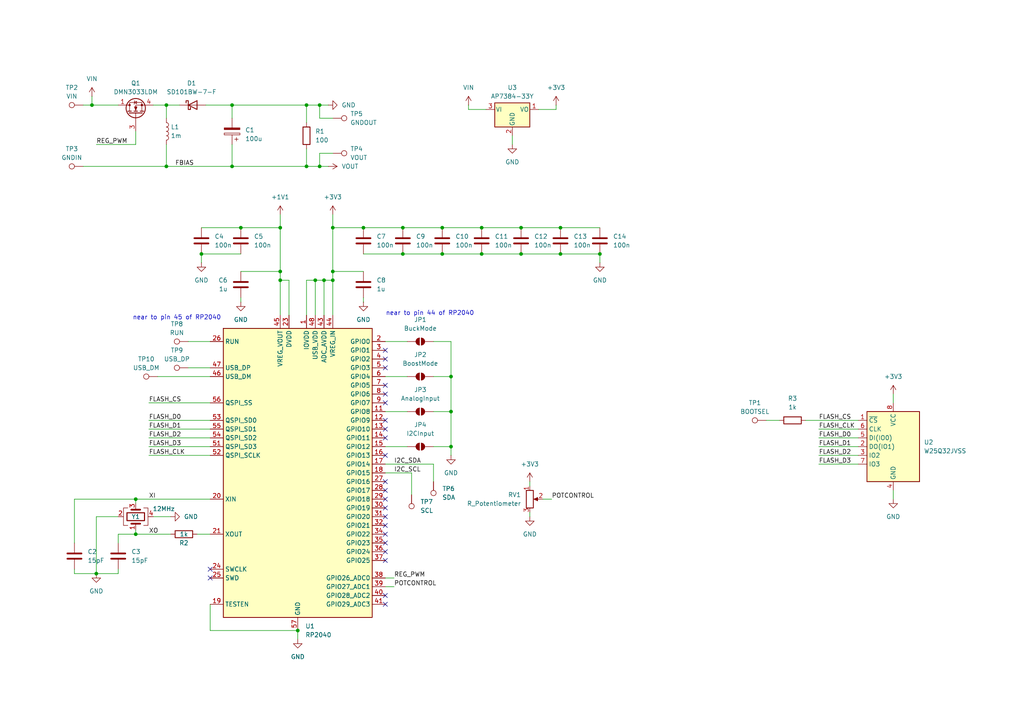
<source format=kicad_sch>
(kicad_sch (version 20231120) (generator "eeschema") (generator_version "8.0")
  (paper "A4")
  (lib_symbols
    (symbol "Connector:TestPoint" (pin_numbers hide) (pin_names (offset 0.762) hide)
      (property "Reference" "TP" (at 0 6.858 0))
      (property "Value" "TestPoint" (at 0 5.08 0))
      (symbol "TestPoint_0_1"
        (circle (center 0 3.302) (radius 0.762))
      )
      (symbol "TestPoint_1_1"
        (pin passive line (at 0 0 90) (length 2.54) (name "1") (number "1"))
      )
    )
    (symbol "Device:C" (pin_numbers hide) (pin_names (offset 0.254))
      (property "Reference" "C" (at 0.635 2.54 0))
      (property "Value" "C" (at 0.635 -2.54 0))
      (symbol "C_0_1"
        (polyline (pts (xy -2.032 -0.762) (xy 2.032 -0.762)) (stroke (width 0.508)))
        (polyline (pts (xy -2.032 0.762) (xy 2.032 0.762)) (stroke (width 0.508)))
      )
      (symbol "C_1_1"
        (pin passive line (at 0 3.81 270) (length 2.794) (name "~") (number "1"))
        (pin passive line (at 0 -3.81 90) (length 2.794) (name "~") (number "2"))
      )
    )
    (symbol "Device:C_Polarized" (pin_numbers hide) (pin_names (offset 0.254))
      (property "Reference" "C" (at 0.635 2.54 0))
      (property "Value" "C_Polarized" (at 0.635 -2.54 0))
      (symbol "C_Polarized_0_1"
        (rectangle (start -2.286 0.508) (end 2.286 1.016))
        (polyline (pts (xy -1.778 2.286) (xy -0.762 2.286)))
        (polyline (pts (xy -1.27 2.794) (xy -1.27 1.778)))
        (rectangle (start 2.286 -0.508) (end -2.286 -1.016) (fill (type outline)))
      )
      (symbol "C_Polarized_1_1"
        (pin passive line (at 0 3.81 270) (length 2.794) (name "~") (number "1"))
        (pin passive line (at 0 -3.81 90) (length 2.794) (name "~") (number "2"))
      )
    )
    (symbol "Device:Crystal_GND24" (pin_names (offset 1.016) hide)
      (property "Reference" "Y" (at 3.175 5.08 0))
      (property "Value" "Crystal_GND24" (at 3.175 3.175 0))
      (symbol "Crystal_GND24_0_1"
        (rectangle (start -1.143 2.54) (end 1.143 -2.54) (stroke (width 0.3048)))
        (polyline (pts (xy -2.54 0) (xy -2.032 0)))
        (polyline (pts (xy -2.032 -1.27) (xy -2.032 1.27)) (stroke (width 0.508)))
        (polyline (pts (xy 0 -3.81) (xy 0 -3.556)))
        (polyline (pts (xy 0 3.556) (xy 0 3.81)))
        (polyline (pts (xy 2.032 -1.27) (xy 2.032 1.27)) (stroke (width 0.508)))
        (polyline (pts (xy 2.032 0) (xy 2.54 0)))
        (polyline (pts (xy -2.54 -2.286) (xy -2.54 -3.556) (xy 2.54 -3.556) (xy 2.54 -2.286)))
        (polyline (pts (xy -2.54 2.286) (xy -2.54 3.556) (xy 2.54 3.556) (xy 2.54 2.286)))
      )
      (symbol "Crystal_GND24_1_1"
        (pin passive line (at -3.81 0 0) (length 1.27) (name "1") (number "1"))
        (pin passive line (at 0 5.08 270) (length 1.27) (name "2") (number "2"))
        (pin passive line (at 3.81 0 180) (length 1.27) (name "3") (number "3"))
        (pin passive line (at 0 -5.08 90) (length 1.27) (name "4") (number "4"))
      )
    )
    (symbol "Device:D_Schottky" (pin_numbers hide) (pin_names (offset 1.016) hide)
      (property "Reference" "D" (at 0 2.54 0))
      (property "Value" "D_Schottky" (at 0 -2.54 0))
      (symbol "D_Schottky_0_1"
        (polyline (pts (xy 1.27 0) (xy -1.27 0)))
        (polyline (pts (xy 1.27 1.27) (xy 1.27 -1.27) (xy -1.27 0) (xy 1.27 1.27)) (stroke (width 0.254)))
        (polyline (pts (xy -1.905 0.635) (xy -1.905 1.27) (xy -1.27 1.27) (xy -1.27 -1.27) (xy -0.635 -1.27) (xy -0.635 -0.635)) (stroke (width 0.254)))
      )
      (symbol "D_Schottky_1_1"
        (pin passive line (at -3.81 0 0) (length 2.54) (name "K") (number "1"))
        (pin passive line (at 3.81 0 180) (length 2.54) (name "A") (number "2"))
      )
    )
    (symbol "Device:L" (pin_numbers hide) (pin_names (offset 1.016) hide)
      (property "Reference" "L" (at -1.27 0 90))
      (property "Value" "L" (at 1.905 0 90))
      (symbol "L_0_1"
        (arc (start 0 -2.54) (mid 0.6323 -1.905) (end 0 -1.27))
        (arc (start 0 -1.27) (mid 0.6323 -0.635) (end 0 0))
        (arc (start 0 0) (mid 0.6323 0.635) (end 0 1.27))
        (arc (start 0 1.27) (mid 0.6323 1.905) (end 0 2.54))
      )
      (symbol "L_1_1"
        (pin passive line (at 0 3.81 270) (length 1.27) (name "1") (number "1"))
        (pin passive line (at 0 -3.81 90) (length 1.27) (name "2") (number "2"))
      )
    )
    (symbol "Device:R" (pin_numbers hide) (pin_names (offset 0))
      (property "Reference" "R" (at 2.032 0 90))
      (property "Value" "R" (at 0 0 90))
      (symbol "R_0_1"
        (rectangle (start -1.016 -2.54) (end 1.016 2.54) (stroke (width 0.254)))
      )
      (symbol "R_1_1"
        (pin passive line (at 0 3.81 270) (length 1.27) (name "~") (number "1"))
        (pin passive line (at 0 -3.81 90) (length 1.27) (name "~") (number "2"))
      )
    )
    (symbol "Device:R_Potentiometer" (pin_names (offset 1.016) hide)
      (property "Reference" "RV" (at -4.445 0 90))
      (property "Value" "R_Potentiometer" (at -2.54 0 90))
      (symbol "R_Potentiometer_0_1"
        (polyline (pts (xy 2.54 0) (xy 1.524 0)))
        (polyline (pts (xy 1.143 0) (xy 2.286 0.508) (xy 2.286 -0.508) (xy 1.143 0)) (fill (type outline)))
        (rectangle (start 1.016 2.54) (end -1.016 -2.54) (stroke (width 0.254)))
      )
      (symbol "R_Potentiometer_1_1"
        (pin passive line (at 0 3.81 270) (length 1.27) (name "1") (number "1"))
        (pin passive line (at 3.81 0 180) (length 1.27) (name "2") (number "2"))
        (pin passive line (at 0 -3.81 90) (length 1.27) (name "3") (number "3"))
      )
    )
    (symbol "Jumper:SolderJumper_2_Open" (pin_numbers hide) (pin_names (offset 0) hide) (exclude_from_sim yes) (in_bom no)
      (property "Reference" "JP" (at 0 2.032 0))
      (property "Value" "SolderJumper_2_Open" (at 0 -2.54 0))
      (symbol "SolderJumper_2_Open_0_1"
        (arc (start -0.254 1.016) (mid -1.2656 0) (end -0.254 -1.016))
        (arc (start -0.254 1.016) (mid -1.2656 0) (end -0.254 -1.016) (fill (type outline)))
        (polyline (pts (xy -0.254 1.016) (xy -0.254 -1.016)))
        (polyline (pts (xy 0.254 1.016) (xy 0.254 -1.016)))
        (arc (start 0.254 -1.016) (mid 1.2656 0) (end 0.254 1.016))
        (arc (start 0.254 -1.016) (mid 1.2656 0) (end 0.254 1.016) (fill (type outline)))
      )
      (symbol "SolderJumper_2_Open_1_1"
        (pin passive line (at -3.81 0 0) (length 2.54) (name "A") (number "1"))
        (pin passive line (at 3.81 0 180) (length 2.54) (name "B") (number "2"))
      )
    )
    (symbol "MCU_RaspberryPi:RP2040"
      (property "Reference" "U" (at 17.78 45.72 0))
      (property "Value" "RP2040" (at 17.78 43.18 0))
      (symbol "RP2040_0_1"
        (rectangle (start -21.59 41.91) (end 21.59 -41.91) (stroke (width 0.254)) (fill (type background)))
      )
      (symbol "RP2040_1_1"
        (pin power_in line (at 2.54 45.72 270) (length 3.81) (name "IOVDD") (number "1"))
        (pin passive line (at 2.54 45.72 270) (length 3.81) hide (name "IOVDD") (number "10"))
        (pin bidirectional line (at 25.4 17.78 180) (length 3.81) (name "GPIO8") (number "11"))
        (pin bidirectional line (at 25.4 15.24 180) (length 3.81) (name "GPIO9") (number "12"))
        (pin bidirectional line (at 25.4 12.7 180) (length 3.81) (name "GPIO10") (number "13"))
        (pin bidirectional line (at 25.4 10.16 180) (length 3.81) (name "GPIO11") (number "14"))
        (pin bidirectional line (at 25.4 7.62 180) (length 3.81) (name "GPIO12") (number "15"))
        (pin bidirectional line (at 25.4 5.08 180) (length 3.81) (name "GPIO13") (number "16"))
        (pin bidirectional line (at 25.4 2.54 180) (length 3.81) (name "GPIO14") (number "17"))
        (pin bidirectional line (at 25.4 0 180) (length 3.81) (name "GPIO15") (number "18"))
        (pin input line (at -25.4 -38.1 0) (length 3.81) (name "TESTEN") (number "19"))
        (pin bidirectional line (at 25.4 38.1 180) (length 3.81) (name "GPIO0") (number "2"))
        (pin input line (at -25.4 -7.62 0) (length 3.81) (name "XIN") (number "20"))
        (pin passive line (at -25.4 -17.78 0) (length 3.81) (name "XOUT") (number "21"))
        (pin passive line (at 2.54 45.72 270) (length 3.81) hide (name "IOVDD") (number "22"))
        (pin power_in line (at -2.54 45.72 270) (length 3.81) (name "DVDD") (number "23"))
        (pin input line (at -25.4 -27.94 0) (length 3.81) (name "SWCLK") (number "24"))
        (pin bidirectional line (at -25.4 -30.48 0) (length 3.81) (name "SWD") (number "25"))
        (pin input line (at -25.4 38.1 0) (length 3.81) (name "RUN") (number "26"))
        (pin bidirectional line (at 25.4 -2.54 180) (length 3.81) (name "GPIO16") (number "27"))
        (pin bidirectional line (at 25.4 -5.08 180) (length 3.81) (name "GPIO17") (number "28"))
        (pin bidirectional line (at 25.4 -7.62 180) (length 3.81) (name "GPIO18") (number "29"))
        (pin bidirectional line (at 25.4 35.56 180) (length 3.81) (name "GPIO1") (number "3"))
        (pin bidirectional line (at 25.4 -10.16 180) (length 3.81) (name "GPIO19") (number "30"))
        (pin bidirectional line (at 25.4 -12.7 180) (length 3.81) (name "GPIO20") (number "31"))
        (pin bidirectional line (at 25.4 -15.24 180) (length 3.81) (name "GPIO21") (number "32"))
        (pin passive line (at 2.54 45.72 270) (length 3.81) hide (name "IOVDD") (number "33"))
        (pin bidirectional line (at 25.4 -17.78 180) (length 3.81) (name "GPIO22") (number "34"))
        (pin bidirectional line (at 25.4 -20.32 180) (length 3.81) (name "GPIO23") (number "35"))
        (pin bidirectional line (at 25.4 -22.86 180) (length 3.81) (name "GPIO24") (number "36"))
        (pin bidirectional line (at 25.4 -25.4 180) (length 3.81) (name "GPIO25") (number "37"))
        (pin bidirectional line (at 25.4 -30.48 180) (length 3.81) (name "GPIO26_ADC0") (number "38"))
        (pin bidirectional line (at 25.4 -33.02 180) (length 3.81) (name "GPIO27_ADC1") (number "39"))
        (pin bidirectional line (at 25.4 33.02 180) (length 3.81) (name "GPIO2") (number "4"))
        (pin bidirectional line (at 25.4 -35.56 180) (length 3.81) (name "GPIO28_ADC2") (number "40"))
        (pin bidirectional line (at 25.4 -38.1 180) (length 3.81) (name "GPIO29_ADC3") (number "41"))
        (pin passive line (at 2.54 45.72 270) (length 3.81) hide (name "IOVDD") (number "42"))
        (pin power_in line (at 7.62 45.72 270) (length 3.81) (name "ADC_AVDD") (number "43"))
        (pin power_in line (at 10.16 45.72 270) (length 3.81) (name "VREG_IN") (number "44"))
        (pin power_out line (at -5.08 45.72 270) (length 3.81) (name "VREG_VOUT") (number "45"))
        (pin bidirectional line (at -25.4 27.94 0) (length 3.81) (name "USB_DM") (number "46"))
        (pin bidirectional line (at -25.4 30.48 0) (length 3.81) (name "USB_DP") (number "47"))
        (pin power_in line (at 5.08 45.72 270) (length 3.81) (name "USB_VDD") (number "48"))
        (pin passive line (at 2.54 45.72 270) (length 3.81) hide (name "IOVDD") (number "49"))
        (pin bidirectional line (at 25.4 30.48 180) (length 3.81) (name "GPIO3") (number "5"))
        (pin passive line (at -2.54 45.72 270) (length 3.81) hide (name "DVDD") (number "50"))
        (pin bidirectional line (at -25.4 7.62 0) (length 3.81) (name "QSPI_SD3") (number "51"))
        (pin output line (at -25.4 5.08 0) (length 3.81) (name "QSPI_SCLK") (number "52"))
        (pin bidirectional line (at -25.4 15.24 0) (length 3.81) (name "QSPI_SD0") (number "53"))
        (pin bidirectional line (at -25.4 10.16 0) (length 3.81) (name "QSPI_SD2") (number "54"))
        (pin bidirectional line (at -25.4 12.7 0) (length 3.81) (name "QSPI_SD1") (number "55"))
        (pin bidirectional line (at -25.4 20.32 0) (length 3.81) (name "QSPI_SS") (number "56"))
        (pin power_in line (at 0 -45.72 90) (length 3.81) (name "GND") (number "57"))
        (pin bidirectional line (at 25.4 27.94 180) (length 3.81) (name "GPIO4") (number "6"))
        (pin bidirectional line (at 25.4 25.4 180) (length 3.81) (name "GPIO5") (number "7"))
        (pin bidirectional line (at 25.4 22.86 180) (length 3.81) (name "GPIO6") (number "8"))
        (pin bidirectional line (at 25.4 20.32 180) (length 3.81) (name "GPIO7") (number "9"))
      )
    )
    (symbol "Memory_Flash:W25Q32JVSS"
      (property "Reference" "U" (at -6.35 11.43 0))
      (property "Value" "W25Q32JVSS" (at 7.62 11.43 0))
      (symbol "W25Q32JVSS_0_1"
        (rectangle (start -7.62 10.16) (end 7.62 -10.16) (stroke (width 0.254)) (fill (type background)))
      )
      (symbol "W25Q32JVSS_1_1"
        (pin input line (at -10.16 7.62 0) (length 2.54) (name "~{CS}") (number "1"))
        (pin bidirectional line (at -10.16 0 0) (length 2.54) (name "DO(IO1)") (number "2"))
        (pin bidirectional line (at -10.16 -2.54 0) (length 2.54) (name "IO2") (number "3"))
        (pin power_in line (at 0 -12.7 90) (length 2.54) (name "GND") (number "4"))
        (pin bidirectional line (at -10.16 2.54 0) (length 2.54) (name "DI(IO0)") (number "5"))
        (pin input line (at -10.16 5.08 0) (length 2.54) (name "CLK") (number "6"))
        (pin bidirectional line (at -10.16 -5.08 0) (length 2.54) (name "IO3") (number "7"))
        (pin power_in line (at 0 12.7 270) (length 2.54) (name "VCC") (number "8"))
      )
    )
    (symbol "Regulator_Linear:AP7384-33Y" (pin_names (offset 0.254))
      (property "Reference" "U" (at -3.81 3.175 0))
      (property "Value" "AP7384-33Y" (at 0 3.175 0))
      (symbol "AP7384-33Y_0_1"
        (rectangle (start -5.08 1.905) (end 5.08 -5.08) (stroke (width 0.254)) (fill (type background)))
      )
      (symbol "AP7384-33Y_1_1"
        (pin power_out line (at 7.62 0 180) (length 2.54) (name "VO") (number "1"))
        (pin power_in line (at 0 -7.62 90) (length 2.54) (name "GND") (number "2"))
        (pin power_in line (at -7.62 0 0) (length 2.54) (name "VI") (number "3"))
      )
    )
    (symbol "Transistor_FET:DMN3033LDM" (pin_names hide)
      (property "Reference" "Q" (at 5.08 1.905 0))
      (property "Value" "DMN3033LDM" (at 5.08 0 0))
      (symbol "DMN3033LDM_0_1"
        (polyline (pts (xy 0.254 0) (xy -2.54 0)))
        (polyline (pts (xy 0.254 1.905) (xy 0.254 -1.905)) (stroke (width 0.254)))
        (polyline (pts (xy 0.762 -1.27) (xy 0.762 -2.286)) (stroke (width 0.254)))
        (polyline (pts (xy 0.762 0.508) (xy 0.762 -0.508)) (stroke (width 0.254)))
        (polyline (pts (xy 0.762 2.286) (xy 0.762 1.27)) (stroke (width 0.254)))
        (polyline (pts (xy 2.54 2.54) (xy 2.54 1.778)))
        (polyline (pts (xy 2.54 -2.54) (xy 2.54 0) (xy 0.762 0)))
        (polyline (pts (xy 0.762 -1.778) (xy 3.302 -1.778) (xy 3.302 1.778) (xy 0.762 1.778)))
        (polyline (pts (xy 1.016 0) (xy 2.032 0.381) (xy 2.032 -0.381) (xy 1.016 0)) (fill (type outline)))
        (polyline (pts (xy 2.794 0.508) (xy 2.921 0.381) (xy 3.683 0.381) (xy 3.81 0.254)))
        (polyline (pts (xy 3.302 0.381) (xy 2.921 -0.254) (xy 3.683 -0.254) (xy 3.302 0.381)))
        (circle (center 1.651 0) (radius 2.794) (stroke (width 0.254)))
        (circle (center 2.54 -1.778) (radius 0.254) (fill (type outline)))
        (circle (center 2.54 1.778) (radius 0.254) (fill (type outline)))
      )
      (symbol "DMN3033LDM_1_1"
        (pin passive line (at 2.54 5.08 270) (length 2.54) (name "D") (number "1"))
        (pin passive line (at 2.54 5.08 270) (length 2.54) hide (name "D") (number "2"))
        (pin input line (at -5.08 0 0) (length 2.54) (name "G") (number "3"))
        (pin passive line (at 2.54 -5.08 90) (length 2.54) (name "S") (number "4"))
        (pin passive line (at 2.54 5.08 270) (length 2.54) hide (name "D") (number "5"))
        (pin passive line (at 2.54 5.08 270) (length 2.54) hide (name "D") (number "6"))
      )
    )
    (symbol "power:+1V1" (power) (pin_numbers hide) (pin_names (offset 0) hide)
      (property "Value" "+1V1" (at 0 3.556 0))
      (symbol "+1V1_0_1"
        (polyline (pts (xy -0.762 1.27) (xy 0 2.54)))
        (polyline (pts (xy 0 0) (xy 0 2.54)))
        (polyline (pts (xy 0 2.54) (xy 0.762 1.27)))
      )
      (symbol "+1V1_1_1"
        (pin power_in line (at 0 0 90) (length 0) (name "~") (number "1"))
      )
    )
    (symbol "power:+3V3" (power) (pin_numbers hide) (pin_names (offset 0) hide)
      (property "Value" "+3V3" (at 0 3.556 0))
      (symbol "+3V3_0_1"
        (polyline (pts (xy -0.762 1.27) (xy 0 2.54)))
        (polyline (pts (xy 0 0) (xy 0 2.54)))
        (polyline (pts (xy 0 2.54) (xy 0.762 1.27)))
      )
      (symbol "+3V3_1_1"
        (pin power_in line (at 0 0 90) (length 0) (name "~") (number "1"))
      )
    )
    (symbol "power:GND" (power) (pin_numbers hide) (pin_names (offset 0) hide)
      (property "Value" "GND" (at 0 -3.81 0))
      (symbol "GND_0_1"
        (polyline (pts (xy 0 0) (xy 0 -1.27) (xy 1.27 -1.27) (xy 0 -2.54) (xy -1.27 -1.27) (xy 0 -1.27)))
      )
      (symbol "GND_1_1"
        (pin power_in line (at 0 0 270) (length 0) (name "~") (number "1"))
      )
    )
    (symbol "power:VCC" (power) (pin_numbers hide) (pin_names (offset 0) hide)
      (property "Value" "VCC" (at 0 3.556 0))
      (symbol "VCC_0_1"
        (polyline (pts (xy -0.762 1.27) (xy 0 2.54)))
        (polyline (pts (xy 0 0) (xy 0 2.54)))
        (polyline (pts (xy 0 2.54) (xy 0.762 1.27)))
      )
      (symbol "VCC_1_1"
        (pin power_in line (at 0 0 90) (length 0) (name "~") (number "1"))
      )
    )
  )
  (junction (at 105.41 66.04))
  (junction (at 128.27 66.04))
  (junction (at 39.37 154.94))
  (junction (at 162.56 73.66))
  (junction (at 116.84 73.66))
  (junction (at 88.9 30.48))
  (junction (at 48.26 48.26))
  (junction (at 48.26 30.48))
  (junction (at 96.52 81.28))
  (junction (at 39.37 144.78))
  (junction (at 139.7 66.04))
  (junction (at 151.13 66.04))
  (junction (at 116.84 66.04))
  (junction (at 128.27 73.66))
  (junction (at 27.94 166.37))
  (junction (at 130.81 109.22))
  (junction (at 26.67 30.48))
  (junction (at 69.85 66.04))
  (junction (at 93.98 81.28))
  (junction (at 96.52 78.74))
  (junction (at 88.9 48.26))
  (junction (at 58.42 73.66))
  (junction (at 151.13 73.66))
  (junction (at 139.7 73.66))
  (junction (at 173.99 73.66))
  (junction (at 130.81 119.38))
  (junction (at 91.44 81.28))
  (junction (at 81.28 81.28))
  (junction (at 162.56 66.04))
  (junction (at 81.28 66.04))
  (junction (at 96.52 66.04))
  (junction (at 92.71 48.26))
  (junction (at 130.81 129.54))
  (junction (at 86.36 182.88))
  (junction (at 67.31 30.48))
  (junction (at 81.28 78.74))
  (junction (at 92.71 30.48))
  (junction (at 67.31 48.26))
  (no_connect (at 111.76 142.24))
  (no_connect (at 111.76 106.68))
  (no_connect (at 111.76 116.84))
  (no_connect (at 111.76 101.6))
  (no_connect (at 111.76 132.08))
  (no_connect (at 111.76 152.4))
  (no_connect (at 111.76 147.32))
  (no_connect (at 111.76 114.3))
  (no_connect (at 111.76 162.56))
  (no_connect (at 111.76 157.48))
  (no_connect (at 60.96 165.1))
  (no_connect (at 111.76 111.76))
  (no_connect (at 111.76 124.46))
  (no_connect (at 111.76 127))
  (no_connect (at 60.96 167.64))
  (no_connect (at 111.76 160.02))
  (no_connect (at 111.76 121.92))
  (no_connect (at 111.76 172.72))
  (no_connect (at 111.76 144.78))
  (no_connect (at 111.76 154.94))
  (no_connect (at 111.76 149.86))
  (no_connect (at 111.76 175.26))
  (no_connect (at 111.76 104.14))
  (no_connect (at 111.76 139.7))
  (wire (pts (xy 151.13 66.04) (xy 162.56 66.04)))
  (wire (pts (xy 111.76 170.18) (xy 114.3 170.18)))
  (wire (pts (xy 237.49 132.08) (xy 248.92 132.08)))
  (wire (pts (xy 81.28 66.04) (xy 69.85 66.04)))
  (wire (pts (xy 96.52 78.74) (xy 105.41 78.74)))
  (wire (pts (xy 91.44 81.28) (xy 91.44 91.44)))
  (wire (pts (xy 39.37 144.78) (xy 21.59 144.78)))
  (wire (pts (xy 93.98 81.28) (xy 96.52 81.28)))
  (wire (pts (xy 34.29 165.1) (xy 34.29 166.37)))
  (wire (pts (xy 96.52 66.04) (xy 105.41 66.04)))
  (wire (pts (xy 48.26 30.48) (xy 52.07 30.48)))
  (wire (pts (xy 153.67 148.59) (xy 153.67 149.86)))
  (wire (pts (xy 151.13 73.66) (xy 162.56 73.66)))
  (wire (pts (xy 128.27 66.04) (xy 139.7 66.04)))
  (wire (pts (xy 161.29 30.48) (xy 161.29 31.75)))
  (wire (pts (xy 128.27 73.66) (xy 139.7 73.66)))
  (wire (pts (xy 21.59 144.78) (xy 21.59 157.48)))
  (wire (pts (xy 92.71 30.48) (xy 95.25 30.48)))
  (wire (pts (xy 119.38 143.51) (xy 119.38 137.16)))
  (wire (pts (xy 116.84 66.04) (xy 128.27 66.04)))
  (wire (pts (xy 237.49 134.62) (xy 248.92 134.62)))
  (wire (pts (xy 130.81 109.22) (xy 130.81 119.38)))
  (wire (pts (xy 105.41 86.36) (xy 105.41 87.63)))
  (wire (pts (xy 125.73 99.06) (xy 130.81 99.06)))
  (wire (pts (xy 60.96 182.88) (xy 86.36 182.88)))
  (wire (pts (xy 111.76 137.16) (xy 119.38 137.16)))
  (wire (pts (xy 67.31 48.26) (xy 67.31 41.91)))
  (wire (pts (xy 92.71 30.48) (xy 92.71 34.29)))
  (wire (pts (xy 39.37 154.94) (xy 49.53 154.94)))
  (wire (pts (xy 43.18 121.92) (xy 60.96 121.92)))
  (wire (pts (xy 173.99 73.66) (xy 173.99 76.2)))
  (wire (pts (xy 60.96 175.26) (xy 60.96 182.88)))
  (wire (pts (xy 54.61 99.06) (xy 60.96 99.06)))
  (wire (pts (xy 67.31 30.48) (xy 67.31 34.29)))
  (wire (pts (xy 83.82 91.44) (xy 83.82 81.28)))
  (wire (pts (xy 39.37 41.91) (xy 39.37 38.1)))
  (wire (pts (xy 45.72 109.22) (xy 60.96 109.22)))
  (wire (pts (xy 88.9 48.26) (xy 88.9 43.18)))
  (wire (pts (xy 111.76 119.38) (xy 118.11 119.38)))
  (wire (pts (xy 57.15 154.94) (xy 60.96 154.94)))
  (wire (pts (xy 96.52 81.28) (xy 96.52 78.74)))
  (wire (pts (xy 125.73 119.38) (xy 130.81 119.38)))
  (wire (pts (xy 48.26 48.26) (xy 67.31 48.26)))
  (wire (pts (xy 39.37 154.94) (xy 39.37 153.67)))
  (wire (pts (xy 27.94 166.37) (xy 27.94 149.86)))
  (wire (pts (xy 259.08 114.3) (xy 259.08 116.84)))
  (wire (pts (xy 88.9 48.26) (xy 92.71 48.26)))
  (wire (pts (xy 69.85 86.36) (xy 69.85 87.63)))
  (wire (pts (xy 58.42 73.66) (xy 58.42 76.2)))
  (wire (pts (xy 48.26 30.48) (xy 48.26 34.29)))
  (wire (pts (xy 34.29 157.48) (xy 34.29 154.94)))
  (wire (pts (xy 69.85 78.74) (xy 81.28 78.74)))
  (wire (pts (xy 130.81 99.06) (xy 130.81 109.22)))
  (wire (pts (xy 96.52 81.28) (xy 96.52 91.44)))
  (wire (pts (xy 105.41 66.04) (xy 116.84 66.04)))
  (wire (pts (xy 54.61 106.68) (xy 60.96 106.68)))
  (wire (pts (xy 153.67 139.7) (xy 153.67 140.97)))
  (wire (pts (xy 233.68 121.92) (xy 248.92 121.92)))
  (wire (pts (xy 44.45 30.48) (xy 48.26 30.48)))
  (wire (pts (xy 111.76 167.64) (xy 114.3 167.64)))
  (wire (pts (xy 222.25 121.92) (xy 226.06 121.92)))
  (wire (pts (xy 39.37 144.78) (xy 60.96 144.78)))
  (wire (pts (xy 59.69 30.48) (xy 67.31 30.48)))
  (wire (pts (xy 111.76 129.54) (xy 118.11 129.54)))
  (wire (pts (xy 88.9 81.28) (xy 88.9 91.44)))
  (wire (pts (xy 130.81 119.38) (xy 130.81 129.54)))
  (wire (pts (xy 135.89 31.75) (xy 140.97 31.75)))
  (wire (pts (xy 26.67 30.48) (xy 34.29 30.48)))
  (wire (pts (xy 111.76 134.62) (xy 125.73 134.62)))
  (wire (pts (xy 93.98 81.28) (xy 93.98 91.44)))
  (wire (pts (xy 81.28 78.74) (xy 81.28 66.04)))
  (wire (pts (xy 130.81 129.54) (xy 130.81 132.08)))
  (wire (pts (xy 83.82 81.28) (xy 81.28 81.28)))
  (wire (pts (xy 91.44 81.28) (xy 93.98 81.28)))
  (wire (pts (xy 125.73 129.54) (xy 130.81 129.54)))
  (wire (pts (xy 21.59 166.37) (xy 27.94 166.37)))
  (wire (pts (xy 92.71 48.26) (xy 95.25 48.26)))
  (wire (pts (xy 43.18 124.46) (xy 60.96 124.46)))
  (wire (pts (xy 161.29 31.75) (xy 156.21 31.75)))
  (wire (pts (xy 162.56 73.66) (xy 173.99 73.66)))
  (wire (pts (xy 116.84 73.66) (xy 128.27 73.66)))
  (wire (pts (xy 67.31 48.26) (xy 88.9 48.26)))
  (wire (pts (xy 111.76 99.06) (xy 118.11 99.06)))
  (wire (pts (xy 125.73 109.22) (xy 130.81 109.22)))
  (wire (pts (xy 48.26 41.91) (xy 48.26 48.26)))
  (wire (pts (xy 88.9 81.28) (xy 91.44 81.28)))
  (wire (pts (xy 92.71 44.45) (xy 92.71 48.26)))
  (wire (pts (xy 43.18 129.54) (xy 60.96 129.54)))
  (wire (pts (xy 81.28 91.44) (xy 81.28 81.28)))
  (wire (pts (xy 26.67 27.94) (xy 26.67 30.48)))
  (wire (pts (xy 21.59 165.1) (xy 21.59 166.37)))
  (wire (pts (xy 96.52 34.29) (xy 92.71 34.29)))
  (wire (pts (xy 58.42 73.66) (xy 69.85 73.66)))
  (wire (pts (xy 88.9 30.48) (xy 88.9 35.56)))
  (wire (pts (xy 27.94 166.37) (xy 34.29 166.37)))
  (wire (pts (xy 27.94 41.91) (xy 39.37 41.91)))
  (wire (pts (xy 237.49 129.54) (xy 248.92 129.54)))
  (wire (pts (xy 43.18 116.84) (xy 60.96 116.84)))
  (wire (pts (xy 96.52 62.23) (xy 96.52 66.04)))
  (wire (pts (xy 105.41 73.66) (xy 116.84 73.66)))
  (wire (pts (xy 125.73 139.7) (xy 125.73 134.62)))
  (wire (pts (xy 81.28 62.23) (xy 81.28 66.04)))
  (wire (pts (xy 67.31 30.48) (xy 88.9 30.48)))
  (wire (pts (xy 86.36 182.88) (xy 86.36 185.42)))
  (wire (pts (xy 27.94 149.86) (xy 34.29 149.86)))
  (wire (pts (xy 88.9 30.48) (xy 92.71 30.48)))
  (wire (pts (xy 162.56 66.04) (xy 173.99 66.04)))
  (wire (pts (xy 24.13 48.26) (xy 48.26 48.26)))
  (wire (pts (xy 148.59 39.37) (xy 148.59 41.91)))
  (wire (pts (xy 43.18 132.08) (xy 60.96 132.08)))
  (wire (pts (xy 96.52 44.45) (xy 92.71 44.45)))
  (wire (pts (xy 139.7 73.66) (xy 151.13 73.66)))
  (wire (pts (xy 237.49 127) (xy 248.92 127)))
  (wire (pts (xy 81.28 81.28) (xy 81.28 78.74)))
  (wire (pts (xy 157.48 144.78) (xy 160.02 144.78)))
  (wire (pts (xy 39.37 146.05) (xy 39.37 144.78)))
  (wire (pts (xy 96.52 78.74) (xy 96.52 66.04)))
  (wire (pts (xy 135.89 30.48) (xy 135.89 31.75)))
  (wire (pts (xy 24.13 30.48) (xy 26.67 30.48)))
  (wire (pts (xy 259.08 142.24) (xy 259.08 144.78)))
  (wire (pts (xy 111.76 109.22) (xy 118.11 109.22)))
  (wire (pts (xy 43.18 127) (xy 60.96 127)))
  (wire (pts (xy 69.85 66.04) (xy 58.42 66.04)))
  (wire (pts (xy 44.45 149.86) (xy 49.53 149.86)))
  (wire (pts (xy 34.29 154.94) (xy 39.37 154.94)))
  (wire (pts (xy 139.7 66.04) (xy 151.13 66.04)))
  (wire (pts (xy 237.49 124.46) (xy 248.92 124.46)))
  (text "near to pin 45 of RP2040" (at 51.308 92.202 0) (effects (font (size 1.27 1.27))))
  (text "near to pin 44 of RP2040" (at 124.714 90.932 0) (effects (font (size 1.27 1.27))))
  (label "FLASH_CLK" (at 237.49 124.46 0))
  (label "FLASH_CS" (at 43.18 116.84 0))
  (label "REG_PWM" (at 27.94 41.91 0))
  (label "REG_PWM" (at 114.3 167.64 0))
  (label "FBIAS" (at 50.8 48.26 0))
  (label "FLASH_D2" (at 237.49 132.08 0))
  (label "FLASH_D0" (at 237.49 127 0))
  (label "I2C_SCL" (at 114.3 137.16 0))
  (label "FLASH_D0" (at 43.18 121.92 0))
  (label "FLASH_D2" (at 43.18 127 0))
  (label "FLASH_D1" (at 43.18 124.46 0))
  (label "POTCONTROL" (at 160.02 144.78 0))
  (label "FLASH_CLK" (at 43.18 132.08 0))
  (label "FLASH_CS" (at 237.49 121.92 0))
  (label "FLASH_D1" (at 237.49 129.54 0))
  (label "POTCONTROL" (at 114.3 170.18 0))
  (label "FLASH_D3" (at 237.49 134.62 0))
  (label "FLASH_D3" (at 43.18 129.54 0))
  (label "I2C_SDA" (at 114.3 134.62 0))
  (label "XI" (at 43.18 144.78 0))
  (label "XO" (at 43.18 154.94 0))
  (symbol (lib_id "Device:D_Schottky") (at 55.88 30.48 0) (unit 1)
    (property "Reference" "D1" (at 55.5625 24.13 0))
    (property "Value" "SD101BW-7-F" (at 55.5625 26.67 0))
    (property "Footprint" "Diode_SMD:D_SOD-123" (effects (hide yes)))
    (property "Description" "Schottky diode" (effects (hide yes)))
  )
  (symbol (lib_id "Device:C") (at 173.99 69.85 0) (unit 1)
    (property "Reference" "C14" (at 177.8 68.5799 0) (effects (justify left)))
    (property "Value" "100n" (at 177.8 71.1199 0) (effects (justify left)))
    (property "Footprint" "Capacitor_SMD:C_0402_1005Metric" (effects (hide yes)))
    (property "Description" "Unpolarized capacitor" (effects (hide yes)))
  )
  (symbol (lib_id "Connector:TestPoint") (at 45.72 109.22 90) (unit 1)
    (property "Reference" "TP10" (at 42.418 104.14 90))
    (property "Value" "USB_DM" (at 42.418 106.68 90))
    (property "Footprint" "TestPoint:TestPoint_Pad_D1.0mm" (effects (hide yes)))
    (property "Description" "test point" (effects (hide yes)))
  )
  (symbol (lib_id "Connector:TestPoint") (at 24.13 30.48 90) (unit 1)
    (property "Reference" "TP2" (at 20.828 25.4 90))
    (property "Value" "VIN" (at 20.828 27.94 90))
    (property "Footprint" "TestPoint:TestPoint_Pad_3.0x3.0mm" (effects (hide yes)))
    (property "Description" "test point" (effects (hide yes)))
  )
  (symbol (lib_id "Connector:TestPoint") (at 222.25 121.92 90) (unit 1)
    (property "Reference" "TP1" (at 218.948 116.84 90))
    (property "Value" "BOOTSEL" (at 218.948 119.38 90))
    (property "Footprint" "TestPoint:TestPoint_Pad_D1.0mm" (effects (hide yes)))
    (property "Description" "test point" (effects (hide yes)))
  )
  (symbol (lib_id "Connector:TestPoint") (at 24.13 48.26 90) (unit 1)
    (property "Reference" "TP3" (at 20.828 43.18 90))
    (property "Value" "GNDIN" (at 20.828 45.72 90))
    (property "Footprint" "TestPoint:TestPoint_Pad_3.0x3.0mm" (effects (hide yes)))
    (property "Description" "test point" (effects (hide yes)))
  )
  (symbol (lib_id "power:+1V1") (at 81.28 62.23 0) (unit 1)
    (property "Reference" "#PWR08" (effects (hide yes)))
    (property "Value" "+1V1" (at 81.28 57.15 0))
    (property "Description" "Power symbol creates a global label with name \"+1V1\"" (effects (hide yes)))
  )
  (symbol (lib_id "Regulator_Linear:AP7384-33Y") (at 148.59 31.75 0) (unit 1)
    (property "Reference" "U3" (at 148.59 25.4 0))
    (property "Value" "AP7384-33Y" (at 148.59 27.94 0))
    (property "Footprint" "Package_TO_SOT_SMD:SOT-89-3" (effects (hide yes)))
    (property "Datasheet" "https://www.diodes.com/assets/Datasheets/AP7384.pdf" (effects (hide yes)))
    (property "Description" "50mA Low Dropout Voltage Regulator, Fixed Output 3.3V, Wide Input Voltage Range 40V, SOT-89-3" (effects (hide yes)))
  )
  (symbol (lib_id "Device:C") (at 58.42 69.85 0) (unit 1)
    (property "Reference" "C4" (at 62.23 68.5799 0) (effects (justify left)))
    (property "Value" "100n" (at 62.23 71.1199 0) (effects (justify left)))
    (property "Footprint" "Capacitor_SMD:C_0402_1005Metric" (effects (hide yes)))
    (property "Description" "Unpolarized capacitor" (effects (hide yes)))
  )
  (symbol (lib_id "Jumper:SolderJumper_2_Open") (at 121.92 119.38 0) (unit 1) (exclude_from_sim yes) (in_bom no)
    (property "Reference" "JP3" (at 121.92 113.03 0))
    (property "Value" "AnalogInput" (at 121.92 115.57 0))
    (property "Footprint" "Jumper:SolderJumper-2_P1.3mm_Open_Pad1.0x1.5mm" (effects (hide yes)))
    (property "Description" "Solder Jumper, 2-pole, open" (effects (hide yes)))
  )
  (symbol (lib_id "MCU_RaspberryPi:RP2040") (at 86.36 137.16 0) (unit 1)
    (property "Reference" "U1" (at 88.5541 181.61 0) (effects (justify left)))
    (property "Value" "RP2040" (at 88.5541 184.15 0) (effects (justify left)))
    (property "Footprint" "Package_DFN_QFN:QFN-56-1EP_7x7mm_P0.4mm_EP3.2x3.2mm" (effects (hide yes)))
    (property "Datasheet" "https://datasheets.raspberrypi.com/rp2040/rp2040-datasheet.pdf" (effects (hide yes)))
    (property "Description" "A microcontroller by Raspberry Pi" (effects (hide yes)))
  )
  (symbol (lib_id "power:GND") (at 86.36 185.42 0) (unit 1)
    (property "Reference" "#PWR09" (effects (hide yes)))
    (property "Value" "GND" (at 86.36 190.5 0))
    (property "Description" "Power symbol creates a global label with name \"GND\" , ground" (effects (hide yes)))
  )
  (symbol (lib_id "Device:R") (at 88.9 39.37 0) (unit 1)
    (property "Reference" "R1" (at 91.44 38.0999 0) (effects (justify left)))
    (property "Value" "100" (at 91.44 40.6399 0) (effects (justify left)))
    (property "Footprint" "Resistor_SMD:R_0402_1005Metric" (effects (hide yes)))
    (property "Description" "Resistor" (effects (hide yes)))
  )
  (symbol (lib_id "Connector:TestPoint") (at 96.52 44.45 270) (unit 1)
    (property "Reference" "TP4" (at 101.6 43.1799 90) (effects (justify left)))
    (property "Value" "VOUT" (at 101.6 45.7199 90) (effects (justify left)))
    (property "Footprint" "TestPoint:TestPoint_Pad_3.0x3.0mm" (effects (hide yes)))
    (property "Description" "test point" (effects (hide yes)))
  )
  (symbol (lib_id "power:GND") (at 105.41 87.63 0) (unit 1)
    (property "Reference" "#PWR011" (effects (hide yes)))
    (property "Value" "GND" (at 105.41 92.71 0))
    (property "Description" "Power symbol creates a global label with name \"GND\" , ground" (effects (hide yes)))
  )
  (symbol (lib_id "Device:C") (at 105.41 82.55 0) (unit 1)
    (property "Reference" "C8" (at 109.22 81.2799 0) (effects (justify left)))
    (property "Value" "1u" (at 109.22 83.8199 0) (effects (justify left)))
    (property "Footprint" "Capacitor_SMD:C_0402_1005Metric" (effects (hide yes)))
    (property "Description" "Unpolarized capacitor" (effects (hide yes)))
  )
  (symbol (lib_id "Device:C") (at 34.29 161.29 0) (unit 1)
    (property "Reference" "C3" (at 38.1 160.0199 0) (effects (justify left)))
    (property "Value" "15pF" (at 38.1 162.5599 0) (effects (justify left)))
    (property "Footprint" "Capacitor_SMD:C_0402_1005Metric" (effects (hide yes)))
    (property "Description" "Unpolarized capacitor" (effects (hide yes)))
  )
  (symbol (lib_id "Device:C") (at 116.84 69.85 0) (unit 1)
    (property "Reference" "C9" (at 120.65 68.5799 0) (effects (justify left)))
    (property "Value" "100n" (at 120.65 71.1199 0) (effects (justify left)))
    (property "Footprint" "Capacitor_SMD:C_0402_1005Metric" (effects (hide yes)))
    (property "Description" "Unpolarized capacitor" (effects (hide yes)))
  )
  (symbol (lib_id "Device:L") (at 48.26 38.1 0) (unit 1)
    (property "Reference" "L1" (at 49.53 36.8299 0) (effects (justify left)))
    (property "Value" "1m" (at 49.53 39.3699 0) (effects (justify left)))
    (property "Footprint" "Inductor_SMD:L_Murata_LQH55DN_5.7x5.0mm" (effects (hide yes)))
    (property "Description" "Inductor" (effects (hide yes)))
  )
  (symbol (lib_id "power:+3V3") (at 259.08 114.3 0) (unit 1)
    (property "Reference" "#PWR013" (effects (hide yes)))
    (property "Value" "+3V3" (at 259.08 109.22 0))
    (property "Description" "Power symbol creates a global label with name \"+3V3\"" (effects (hide yes)))
  )
  (symbol (lib_id "Device:Crystal_GND24") (at 39.37 149.86 90) (unit 1)
    (property "Reference" "Y1" (at 39.37 149.86 90))
    (property "Value" "12MHz" (at 47.498 147.574 90))
    (property "Footprint" "Crystal:Crystal_SMD_2520-4Pin_2.5x2.0mm" (effects (hide yes)))
    (property "Description" "Four pin crystal, GND on pins 2 and 4" (effects (hide yes)))
  )
  (symbol (lib_id "Connector:TestPoint") (at 125.73 139.7 180) (unit 1)
    (property "Reference" "TP6" (at 128.27 141.7319 0) (effects (justify right)))
    (property "Value" "SDA" (at 128.27 144.2719 0) (effects (justify right)))
    (property "Footprint" "TestPoint:TestPoint_Pad_1.5x1.5mm" (effects (hide yes)))
    (property "Description" "test point" (effects (hide yes)))
  )
  (symbol (lib_id "power:GND") (at 58.42 76.2 0) (unit 1)
    (property "Reference" "#PWR06" (effects (hide yes)))
    (property "Value" "GND" (at 58.42 81.28 0))
    (property "Description" "Power symbol creates a global label with name \"GND\" , ground" (effects (hide yes)))
  )
  (symbol (lib_id "Device:C") (at 128.27 69.85 0) (unit 1)
    (property "Reference" "C10" (at 132.08 68.5799 0) (effects (justify left)))
    (property "Value" "100n" (at 132.08 71.1199 0) (effects (justify left)))
    (property "Footprint" "Capacitor_SMD:C_0402_1005Metric" (effects (hide yes)))
    (property "Description" "Unpolarized capacitor" (effects (hide yes)))
  )
  (symbol (lib_id "power:VCC") (at 95.25 48.26 270) (unit 1)
    (property "Reference" "#PWR03" (effects (hide yes)))
    (property "Value" "VOUT" (at 99.06 48.2599 90) (effects (justify left)))
    (property "Description" "Power symbol creates a global label with name \"VCC\"" (effects (hide yes)))
  )
  (symbol (lib_id "Connector:TestPoint") (at 119.38 143.51 180) (unit 1)
    (property "Reference" "TP7" (at 121.92 145.5419 0) (effects (justify right)))
    (property "Value" "SCL" (at 121.92 148.0819 0) (effects (justify right)))
    (property "Footprint" "TestPoint:TestPoint_Pad_1.5x1.5mm" (effects (hide yes)))
    (property "Description" "test point" (effects (hide yes)))
  )
  (symbol (lib_id "power:GND") (at 173.99 76.2 0) (unit 1)
    (property "Reference" "#PWR012" (effects (hide yes)))
    (property "Value" "GND" (at 173.99 81.28 0))
    (property "Description" "Power symbol creates a global label with name \"GND\" , ground" (effects (hide yes)))
  )
  (symbol (lib_id "power:+3V3") (at 96.52 62.23 0) (unit 1)
    (property "Reference" "#PWR010" (effects (hide yes)))
    (property "Value" "+3V3" (at 96.52 57.15 0))
    (property "Description" "Power symbol creates a global label with name \"+3V3\"" (effects (hide yes)))
  )
  (symbol (lib_id "power:VCC") (at 135.89 30.48 0) (unit 1)
    (property "Reference" "#PWR017" (effects (hide yes)))
    (property "Value" "VIN" (at 135.89 25.4 0))
    (property "Description" "Power symbol creates a global label with name \"VCC\"" (effects (hide yes)))
  )
  (symbol (lib_id "Device:C") (at 69.85 82.55 0) (mirror y) (unit 1)
    (property "Reference" "C6" (at 66.04 81.2799 0) (effects (justify left)))
    (property "Value" "1u" (at 66.04 83.8199 0) (effects (justify left)))
    (property "Footprint" "Capacitor_SMD:C_0402_1005Metric" (effects (hide yes)))
    (property "Description" "Unpolarized capacitor" (effects (hide yes)))
  )
  (symbol (lib_id "Device:R") (at 229.87 121.92 90) (unit 1)
    (property "Reference" "R3" (at 229.87 115.57 90))
    (property "Value" "1k" (at 229.87 118.11 90))
    (property "Footprint" "Resistor_SMD:R_0402_1005Metric" (effects (hide yes)))
    (property "Description" "Resistor" (effects (hide yes)))
  )
  (symbol (lib_id "Device:C_Polarized") (at 67.31 38.1 180) (unit 1)
    (property "Reference" "C1" (at 71.12 37.7189 0) (effects (justify right)))
    (property "Value" "100u" (at 71.12 40.2589 0) (effects (justify right)))
    (property "Footprint" "Capacitor_SMD:CP_Elec_4x5.8" (effects (hide yes)))
    (property "Description" "Polarized capacitor" (effects (hide yes)))
  )
  (symbol (lib_id "power:GND") (at 49.53 149.86 90) (unit 1)
    (property "Reference" "#PWR015" (effects (hide yes)))
    (property "Value" "GND" (at 53.34 149.8599 90) (effects (justify right)))
    (property "Description" "Power symbol creates a global label with name \"GND\" , ground" (effects (hide yes)))
  )
  (symbol (lib_id "Device:C") (at 162.56 69.85 0) (unit 1)
    (property "Reference" "C13" (at 166.37 68.5799 0) (effects (justify left)))
    (property "Value" "100n" (at 166.37 71.1199 0) (effects (justify left)))
    (property "Footprint" "Capacitor_SMD:C_0402_1005Metric" (effects (hide yes)))
    (property "Description" "Unpolarized capacitor" (effects (hide yes)))
  )
  (symbol (lib_id "Transistor_FET:DMN3033LDM") (at 39.37 33.02 90) (unit 1)
    (property "Reference" "Q1" (at 39.37 24.13 90))
    (property "Value" "DMN3033LDM" (at 39.37 26.67 90))
    (property "Footprint" "Package_TO_SOT_SMD:SOT-23-6" (effects (hide yes)))
    (property "Datasheet" "https://www.diodes.com/assets/Datasheets/ds31345.pdf" (effects (hide yes)))
    (property "Description" "6.9A Id, 30V Vds, N-Channel MOSFET, SOT-23-6" (effects (hide yes)))
  )
  (symbol (lib_id "power:VCC") (at 26.67 27.94 0) (unit 1)
    (property "Reference" "#PWR02" (effects (hide yes)))
    (property "Value" "VIN" (at 26.67 22.86 0))
    (property "Description" "Power symbol creates a global label with name \"VCC\"" (effects (hide yes)))
  )
  (symbol (lib_id "power:GND") (at 153.67 149.86 0) (unit 1)
    (property "Reference" "#PWR020" (effects (hide yes)))
    (property "Value" "GND" (at 153.67 154.94 0))
    (property "Description" "Power symbol creates a global label with name \"GND\" , ground" (effects (hide yes)))
  )
  (symbol (lib_id "Device:R") (at 53.34 154.94 90) (unit 1)
    (property "Reference" "R2" (at 53.34 157.48 90))
    (property "Value" "1k" (at 53.34 154.94 90))
    (property "Footprint" "Resistor_SMD:R_0402_1005Metric" (effects (hide yes)))
    (property "Description" "Resistor" (effects (hide yes)))
  )
  (symbol (lib_id "Connector:TestPoint") (at 96.52 34.29 270) (unit 1)
    (property "Reference" "TP5" (at 101.6 33.0199 90) (effects (justify left)))
    (property "Value" "GNDOUT" (at 101.6 35.5599 90) (effects (justify left)))
    (property "Footprint" "TestPoint:TestPoint_Pad_3.0x3.0mm" (effects (hide yes)))
    (property "Description" "test point" (effects (hide yes)))
  )
  (symbol (lib_id "Connector:TestPoint") (at 54.61 99.06 90) (unit 1)
    (property "Reference" "TP8" (at 51.308 93.98 90))
    (property "Value" "RUN" (at 51.308 96.52 90))
    (property "Footprint" "TestPoint:TestPoint_Pad_D1.0mm" (effects (hide yes)))
    (property "Description" "test point" (effects (hide yes)))
  )
  (symbol (lib_id "power:+3V3") (at 161.29 30.48 0) (unit 1)
    (property "Reference" "#PWR019" (effects (hide yes)))
    (property "Value" "+3V3" (at 161.29 25.4 0))
    (property "Description" "Power symbol creates a global label with name \"+3V3\"" (effects (hide yes)))
  )
  (symbol (lib_id "Device:C") (at 139.7 69.85 0) (unit 1)
    (property "Reference" "C11" (at 143.51 68.5799 0) (effects (justify left)))
    (property "Value" "100n" (at 143.51 71.1199 0) (effects (justify left)))
    (property "Footprint" "Capacitor_SMD:C_0402_1005Metric" (effects (hide yes)))
    (property "Description" "Unpolarized capacitor" (effects (hide yes)))
  )
  (symbol (lib_id "Device:C") (at 151.13 69.85 0) (unit 1)
    (property "Reference" "C12" (at 154.94 68.5799 0) (effects (justify left)))
    (property "Value" "100n" (at 154.94 71.1199 0) (effects (justify left)))
    (property "Footprint" "Capacitor_SMD:C_0402_1005Metric" (effects (hide yes)))
    (property "Description" "Unpolarized capacitor" (effects (hide yes)))
  )
  (symbol (lib_id "power:GND") (at 95.25 30.48 90) (unit 1)
    (property "Reference" "#PWR04" (effects (hide yes)))
    (property "Value" "GND" (at 99.06 30.4799 90) (effects (justify right)))
    (property "Description" "Power symbol creates a global label with name \"GND\" , ground" (effects (hide yes)))
  )
  (symbol (lib_id "power:+3V3") (at 153.67 139.7 0) (unit 1)
    (property "Reference" "#PWR021" (effects (hide yes)))
    (property "Value" "+3V3" (at 153.67 134.62 0))
    (property "Description" "Power symbol creates a global label with name \"+3V3\"" (effects (hide yes)))
  )
  (symbol (lib_id "Device:C") (at 21.59 161.29 0) (unit 1)
    (property "Reference" "C2" (at 25.4 160.0199 0) (effects (justify left)))
    (property "Value" "15pF" (at 25.4 162.5599 0) (effects (justify left)))
    (property "Footprint" "Capacitor_SMD:C_0402_1005Metric" (effects (hide yes)))
    (property "Description" "Unpolarized capacitor" (effects (hide yes)))
  )
  (symbol (lib_id "Jumper:SolderJumper_2_Open") (at 121.92 109.22 0) (unit 1) (exclude_from_sim yes) (in_bom no)
    (property "Reference" "JP2" (at 121.92 102.87 0))
    (property "Value" "BoostMode" (at 121.92 105.41 0))
    (property "Footprint" "Jumper:SolderJumper-2_P1.3mm_Open_Pad1.0x1.5mm" (effects (hide yes)))
    (property "Description" "Solder Jumper, 2-pole, open" (effects (hide yes)))
  )
  (symbol (lib_id "Connector:TestPoint") (at 54.61 106.68 90) (unit 1)
    (property "Reference" "TP9" (at 51.308 101.6 90))
    (property "Value" "USB_DP" (at 51.308 104.14 90))
    (property "Footprint" "TestPoint:TestPoint_Pad_D1.0mm" (effects (hide yes)))
    (property "Description" "test point" (effects (hide yes)))
  )
  (symbol (lib_id "Jumper:SolderJumper_2_Open") (at 121.92 99.06 0) (unit 1) (exclude_from_sim yes) (in_bom no)
    (property "Reference" "JP1" (at 121.92 92.71 0))
    (property "Value" "BuckMode" (at 121.92 95.25 0))
    (property "Footprint" "Jumper:SolderJumper-2_P1.3mm_Open_Pad1.0x1.5mm" (effects (hide yes)))
    (property "Description" "Solder Jumper, 2-pole, open" (effects (hide yes)))
  )
  (symbol (lib_id "Device:C") (at 105.41 69.85 0) (unit 1)
    (property "Reference" "C7" (at 109.22 68.5799 0) (effects (justify left)))
    (property "Value" "100n" (at 109.22 71.1199 0) (effects (justify left)))
    (property "Footprint" "Capacitor_SMD:C_0402_1005Metric" (effects (hide yes)))
    (property "Description" "Unpolarized capacitor" (effects (hide yes)))
  )
  (symbol (lib_id "Device:C") (at 69.85 69.85 0) (unit 1)
    (property "Reference" "C5" (at 73.66 68.5799 0) (effects (justify left)))
    (property "Value" "100n" (at 73.66 71.1199 0) (effects (justify left)))
    (property "Footprint" "Capacitor_SMD:C_0402_1005Metric" (effects (hide yes)))
    (property "Description" "Unpolarized capacitor" (effects (hide yes)))
  )
  (symbol (lib_id "power:GND") (at 69.85 87.63 0) (unit 1)
    (property "Reference" "#PWR07" (effects (hide yes)))
    (property "Value" "GND" (at 69.85 92.71 0))
    (property "Description" "Power symbol creates a global label with name \"GND\" , ground" (effects (hide yes)))
  )
  (symbol (lib_id "Memory_Flash:W25Q32JVSS") (at 259.08 129.54 0) (unit 1)
    (property "Reference" "U2" (at 267.97 128.2699 0) (effects (justify left)))
    (property "Value" "W25Q32JVSS" (at 267.97 130.8099 0) (effects (justify left)))
    (property "Footprint" "Package_SON:Winbond_USON-8-1EP_3x2mm_P0.5mm_EP0.2x1.6mm" (effects (hide yes)))
    (property "Datasheet" "http://www.winbond.com/resource-files/w25q32jv%20revg%2003272018%20plus.pdf" (effects (hide yes)))
    (property "Description" "32Mb Serial Flash Memory, Standard/Dual/Quad SPI, SOIC-8" (effects (hide yes)))
  )
  (symbol (lib_id "power:GND") (at 148.59 41.91 0) (unit 1)
    (property "Reference" "#PWR018" (effects (hide yes)))
    (property "Value" "GND" (at 148.59 46.99 0))
    (property "Description" "Power symbol creates a global label with name \"GND\" , ground" (effects (hide yes)))
  )
  (symbol (lib_id "power:GND") (at 27.94 166.37 0) (unit 1)
    (property "Reference" "#PWR05" (effects (hide yes)))
    (property "Value" "GND" (at 27.94 171.45 0))
    (property "Description" "Power symbol creates a global label with name \"GND\" , ground" (effects (hide yes)))
  )
  (symbol (lib_id "Device:R_Potentiometer") (at 153.67 144.78 0) (unit 1)
    (property "Reference" "RV1" (at 151.13 143.5099 0) (effects (justify right)))
    (property "Value" "R_Potentiometer" (at 151.13 146.0499 0) (effects (justify right)))
    (property "Footprint" "Potentiometer_THT:Potentiometer_Vishay_T93YA_Vertical" (effects (hide yes)))
    (property "Description" "Potentiometer" (effects (hide yes)))
  )
  (symbol (lib_id "power:GND") (at 130.81 132.08 0) (unit 1)
    (property "Reference" "#PWR016" (effects (hide yes)))
    (property "Value" "GND" (at 130.81 137.16 0))
    (property "Description" "Power symbol creates a global label with name \"GND\" , ground" (effects (hide yes)))
  )
  (symbol (lib_id "Jumper:SolderJumper_2_Open") (at 121.92 129.54 0) (unit 1) (exclude_from_sim yes) (in_bom no)
    (property "Reference" "JP4" (at 121.92 123.19 0))
    (property "Value" "I2CInput" (at 121.92 125.73 0))
    (property "Footprint" "Jumper:SolderJumper-2_P1.3mm_Open_Pad1.0x1.5mm" (effects (hide yes)))
    (property "Description" "Solder Jumper, 2-pole, open" (effects (hide yes)))
  )
  (symbol (lib_id "power:GND") (at 259.08 144.78 0) (unit 1)
    (property "Reference" "#PWR014" (effects (hide yes)))
    (property "Value" "GND" (at 259.08 149.86 0))
    (property "Description" "Power symbol creates a global label with name \"GND\" , ground" (effects (hide yes)))
  )
)
</source>
